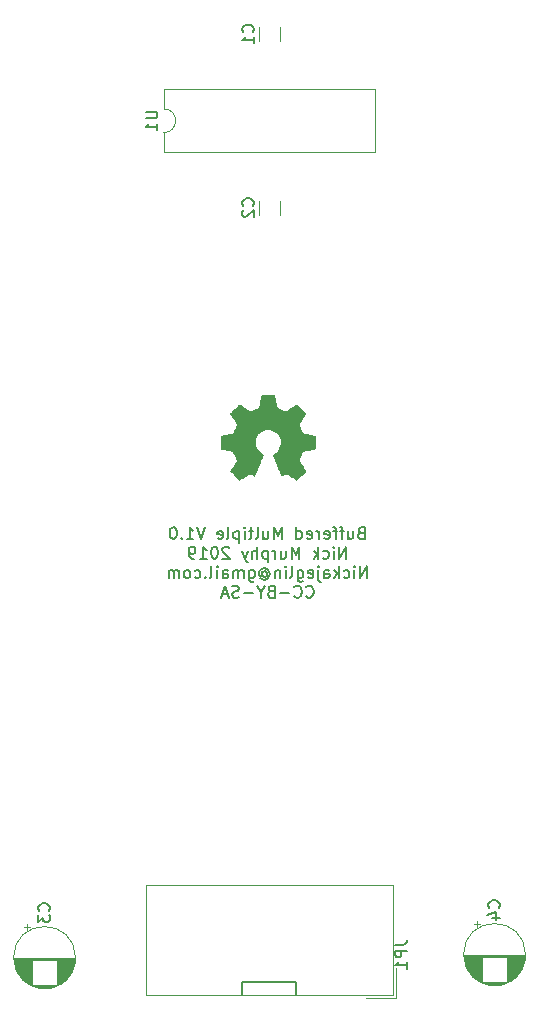
<source format=gbr>
G04 #@! TF.GenerationSoftware,KiCad,Pcbnew,(5.0.1)-4*
G04 #@! TF.CreationDate,2019-03-05T01:40:26-06:00*
G04 #@! TF.ProjectId,mult,6D756C742E6B696361645F7063620000,rev?*
G04 #@! TF.SameCoordinates,Original*
G04 #@! TF.FileFunction,Legend,Bot*
G04 #@! TF.FilePolarity,Positive*
%FSLAX46Y46*%
G04 Gerber Fmt 4.6, Leading zero omitted, Abs format (unit mm)*
G04 Created by KiCad (PCBNEW (5.0.1)-4) date 3/5/2019 1:40:26*
%MOMM*%
%LPD*%
G01*
G04 APERTURE LIST*
%ADD10C,0.150000*%
%ADD11C,0.120000*%
%ADD12C,0.010000*%
G04 APERTURE END LIST*
D10*
X-145111638Y82477828D02*
X-145254495Y82430209D01*
X-145302114Y82382590D01*
X-145349733Y82287352D01*
X-145349733Y82144495D01*
X-145302114Y82049257D01*
X-145254495Y82001638D01*
X-145159257Y81954019D01*
X-144778304Y81954019D01*
X-144778304Y82954019D01*
X-145111638Y82954019D01*
X-145206876Y82906400D01*
X-145254495Y82858780D01*
X-145302114Y82763542D01*
X-145302114Y82668304D01*
X-145254495Y82573066D01*
X-145206876Y82525447D01*
X-145111638Y82477828D01*
X-144778304Y82477828D01*
X-146206876Y82620685D02*
X-146206876Y81954019D01*
X-145778304Y82620685D02*
X-145778304Y82096876D01*
X-145825923Y82001638D01*
X-145921161Y81954019D01*
X-146064019Y81954019D01*
X-146159257Y82001638D01*
X-146206876Y82049257D01*
X-146540209Y82620685D02*
X-146921161Y82620685D01*
X-146683066Y81954019D02*
X-146683066Y82811161D01*
X-146730685Y82906400D01*
X-146825923Y82954019D01*
X-146921161Y82954019D01*
X-147111638Y82620685D02*
X-147492590Y82620685D01*
X-147254495Y81954019D02*
X-147254495Y82811161D01*
X-147302114Y82906400D01*
X-147397352Y82954019D01*
X-147492590Y82954019D01*
X-148206876Y82001638D02*
X-148111638Y81954019D01*
X-147921161Y81954019D01*
X-147825923Y82001638D01*
X-147778304Y82096876D01*
X-147778304Y82477828D01*
X-147825923Y82573066D01*
X-147921161Y82620685D01*
X-148111638Y82620685D01*
X-148206876Y82573066D01*
X-148254495Y82477828D01*
X-148254495Y82382590D01*
X-147778304Y82287352D01*
X-148683066Y81954019D02*
X-148683066Y82620685D01*
X-148683066Y82430209D02*
X-148730685Y82525447D01*
X-148778304Y82573066D01*
X-148873542Y82620685D01*
X-148968780Y82620685D01*
X-149683066Y82001638D02*
X-149587828Y81954019D01*
X-149397352Y81954019D01*
X-149302114Y82001638D01*
X-149254495Y82096876D01*
X-149254495Y82477828D01*
X-149302114Y82573066D01*
X-149397352Y82620685D01*
X-149587828Y82620685D01*
X-149683066Y82573066D01*
X-149730685Y82477828D01*
X-149730685Y82382590D01*
X-149254495Y82287352D01*
X-150587828Y81954019D02*
X-150587828Y82954019D01*
X-150587828Y82001638D02*
X-150492590Y81954019D01*
X-150302114Y81954019D01*
X-150206876Y82001638D01*
X-150159257Y82049257D01*
X-150111638Y82144495D01*
X-150111638Y82430209D01*
X-150159257Y82525447D01*
X-150206876Y82573066D01*
X-150302114Y82620685D01*
X-150492590Y82620685D01*
X-150587828Y82573066D01*
X-151825923Y81954019D02*
X-151825923Y82954019D01*
X-152159257Y82239733D01*
X-152492590Y82954019D01*
X-152492590Y81954019D01*
X-153397352Y82620685D02*
X-153397352Y81954019D01*
X-152968780Y82620685D02*
X-152968780Y82096876D01*
X-153016400Y82001638D01*
X-153111638Y81954019D01*
X-153254495Y81954019D01*
X-153349733Y82001638D01*
X-153397352Y82049257D01*
X-154016400Y81954019D02*
X-153921161Y82001638D01*
X-153873542Y82096876D01*
X-153873542Y82954019D01*
X-154254495Y82620685D02*
X-154635447Y82620685D01*
X-154397352Y82954019D02*
X-154397352Y82096876D01*
X-154444971Y82001638D01*
X-154540209Y81954019D01*
X-154635447Y81954019D01*
X-154968780Y81954019D02*
X-154968780Y82620685D01*
X-154968780Y82954019D02*
X-154921161Y82906400D01*
X-154968780Y82858780D01*
X-155016400Y82906400D01*
X-154968780Y82954019D01*
X-154968780Y82858780D01*
X-155444971Y82620685D02*
X-155444971Y81620685D01*
X-155444971Y82573066D02*
X-155540209Y82620685D01*
X-155730685Y82620685D01*
X-155825923Y82573066D01*
X-155873542Y82525447D01*
X-155921161Y82430209D01*
X-155921161Y82144495D01*
X-155873542Y82049257D01*
X-155825923Y82001638D01*
X-155730685Y81954019D01*
X-155540209Y81954019D01*
X-155444971Y82001638D01*
X-156492590Y81954019D02*
X-156397352Y82001638D01*
X-156349733Y82096876D01*
X-156349733Y82954019D01*
X-157254495Y82001638D02*
X-157159257Y81954019D01*
X-156968780Y81954019D01*
X-156873542Y82001638D01*
X-156825923Y82096876D01*
X-156825923Y82477828D01*
X-156873542Y82573066D01*
X-156968780Y82620685D01*
X-157159257Y82620685D01*
X-157254495Y82573066D01*
X-157302114Y82477828D01*
X-157302114Y82382590D01*
X-156825923Y82287352D01*
X-158349733Y82954019D02*
X-158683066Y81954019D01*
X-159016400Y82954019D01*
X-159873542Y81954019D02*
X-159302114Y81954019D01*
X-159587828Y81954019D02*
X-159587828Y82954019D01*
X-159492590Y82811161D01*
X-159397352Y82715923D01*
X-159302114Y82668304D01*
X-160302114Y82049257D02*
X-160349733Y82001638D01*
X-160302114Y81954019D01*
X-160254495Y82001638D01*
X-160302114Y82049257D01*
X-160302114Y81954019D01*
X-160968780Y82954019D02*
X-161064019Y82954019D01*
X-161159257Y82906400D01*
X-161206876Y82858780D01*
X-161254495Y82763542D01*
X-161302114Y82573066D01*
X-161302114Y82334971D01*
X-161254495Y82144495D01*
X-161206876Y82049257D01*
X-161159257Y82001638D01*
X-161064019Y81954019D01*
X-160968780Y81954019D01*
X-160873542Y82001638D01*
X-160825923Y82049257D01*
X-160778304Y82144495D01*
X-160730685Y82334971D01*
X-160730685Y82573066D01*
X-160778304Y82763542D01*
X-160825923Y82858780D01*
X-160873542Y82906400D01*
X-160968780Y82954019D01*
X-146373542Y80304019D02*
X-146373542Y81304019D01*
X-146944971Y80304019D01*
X-146944971Y81304019D01*
X-147421161Y80304019D02*
X-147421161Y80970685D01*
X-147421161Y81304019D02*
X-147373542Y81256400D01*
X-147421161Y81208780D01*
X-147468780Y81256400D01*
X-147421161Y81304019D01*
X-147421161Y81208780D01*
X-148325923Y80351638D02*
X-148230685Y80304019D01*
X-148040209Y80304019D01*
X-147944971Y80351638D01*
X-147897352Y80399257D01*
X-147849733Y80494495D01*
X-147849733Y80780209D01*
X-147897352Y80875447D01*
X-147944971Y80923066D01*
X-148040209Y80970685D01*
X-148230685Y80970685D01*
X-148325923Y80923066D01*
X-148754495Y80304019D02*
X-148754495Y81304019D01*
X-148849733Y80684971D02*
X-149135447Y80304019D01*
X-149135447Y80970685D02*
X-148754495Y80589733D01*
X-150325923Y80304019D02*
X-150325923Y81304019D01*
X-150659257Y80589733D01*
X-150992590Y81304019D01*
X-150992590Y80304019D01*
X-151897352Y80970685D02*
X-151897352Y80304019D01*
X-151468780Y80970685D02*
X-151468780Y80446876D01*
X-151516400Y80351638D01*
X-151611638Y80304019D01*
X-151754495Y80304019D01*
X-151849733Y80351638D01*
X-151897352Y80399257D01*
X-152373542Y80304019D02*
X-152373542Y80970685D01*
X-152373542Y80780209D02*
X-152421161Y80875447D01*
X-152468780Y80923066D01*
X-152564019Y80970685D01*
X-152659257Y80970685D01*
X-152992590Y80970685D02*
X-152992590Y79970685D01*
X-152992590Y80923066D02*
X-153087828Y80970685D01*
X-153278304Y80970685D01*
X-153373542Y80923066D01*
X-153421161Y80875447D01*
X-153468780Y80780209D01*
X-153468780Y80494495D01*
X-153421161Y80399257D01*
X-153373542Y80351638D01*
X-153278304Y80304019D01*
X-153087828Y80304019D01*
X-152992590Y80351638D01*
X-153897352Y80304019D02*
X-153897352Y81304019D01*
X-154325923Y80304019D02*
X-154325923Y80827828D01*
X-154278304Y80923066D01*
X-154183066Y80970685D01*
X-154040209Y80970685D01*
X-153944971Y80923066D01*
X-153897352Y80875447D01*
X-154706876Y80970685D02*
X-154944971Y80304019D01*
X-155183066Y80970685D02*
X-154944971Y80304019D01*
X-154849733Y80065923D01*
X-154802114Y80018304D01*
X-154706876Y79970685D01*
X-156278304Y81208780D02*
X-156325923Y81256400D01*
X-156421161Y81304019D01*
X-156659257Y81304019D01*
X-156754495Y81256400D01*
X-156802114Y81208780D01*
X-156849733Y81113542D01*
X-156849733Y81018304D01*
X-156802114Y80875447D01*
X-156230685Y80304019D01*
X-156849733Y80304019D01*
X-157468780Y81304019D02*
X-157564019Y81304019D01*
X-157659257Y81256400D01*
X-157706876Y81208780D01*
X-157754495Y81113542D01*
X-157802114Y80923066D01*
X-157802114Y80684971D01*
X-157754495Y80494495D01*
X-157706876Y80399257D01*
X-157659257Y80351638D01*
X-157564019Y80304019D01*
X-157468780Y80304019D01*
X-157373542Y80351638D01*
X-157325923Y80399257D01*
X-157278304Y80494495D01*
X-157230685Y80684971D01*
X-157230685Y80923066D01*
X-157278304Y81113542D01*
X-157325923Y81208780D01*
X-157373542Y81256400D01*
X-157468780Y81304019D01*
X-158754495Y80304019D02*
X-158183066Y80304019D01*
X-158468780Y80304019D02*
X-158468780Y81304019D01*
X-158373542Y81161161D01*
X-158278304Y81065923D01*
X-158183066Y81018304D01*
X-159230685Y80304019D02*
X-159421161Y80304019D01*
X-159516400Y80351638D01*
X-159564019Y80399257D01*
X-159659257Y80542114D01*
X-159706876Y80732590D01*
X-159706876Y81113542D01*
X-159659257Y81208780D01*
X-159611638Y81256400D01*
X-159516400Y81304019D01*
X-159325923Y81304019D01*
X-159230685Y81256400D01*
X-159183066Y81208780D01*
X-159135447Y81113542D01*
X-159135447Y80875447D01*
X-159183066Y80780209D01*
X-159230685Y80732590D01*
X-159325923Y80684971D01*
X-159516400Y80684971D01*
X-159611638Y80732590D01*
X-159659257Y80780209D01*
X-159706876Y80875447D01*
X-144635447Y78654019D02*
X-144635447Y79654019D01*
X-145206876Y78654019D01*
X-145206876Y79654019D01*
X-145683066Y78654019D02*
X-145683066Y79320685D01*
X-145683066Y79654019D02*
X-145635447Y79606400D01*
X-145683066Y79558780D01*
X-145730685Y79606400D01*
X-145683066Y79654019D01*
X-145683066Y79558780D01*
X-146587828Y78701638D02*
X-146492590Y78654019D01*
X-146302114Y78654019D01*
X-146206876Y78701638D01*
X-146159257Y78749257D01*
X-146111638Y78844495D01*
X-146111638Y79130209D01*
X-146159257Y79225447D01*
X-146206876Y79273066D01*
X-146302114Y79320685D01*
X-146492590Y79320685D01*
X-146587828Y79273066D01*
X-147016400Y78654019D02*
X-147016400Y79654019D01*
X-147111638Y79034971D02*
X-147397352Y78654019D01*
X-147397352Y79320685D02*
X-147016400Y78939733D01*
X-148254495Y78654019D02*
X-148254495Y79177828D01*
X-148206876Y79273066D01*
X-148111638Y79320685D01*
X-147921161Y79320685D01*
X-147825923Y79273066D01*
X-148254495Y78701638D02*
X-148159257Y78654019D01*
X-147921161Y78654019D01*
X-147825923Y78701638D01*
X-147778304Y78796876D01*
X-147778304Y78892114D01*
X-147825923Y78987352D01*
X-147921161Y79034971D01*
X-148159257Y79034971D01*
X-148254495Y79082590D01*
X-148730685Y79320685D02*
X-148730685Y78463542D01*
X-148683066Y78368304D01*
X-148587828Y78320685D01*
X-148540209Y78320685D01*
X-148730685Y79654019D02*
X-148683066Y79606400D01*
X-148730685Y79558780D01*
X-148778304Y79606400D01*
X-148730685Y79654019D01*
X-148730685Y79558780D01*
X-149587828Y78701638D02*
X-149492590Y78654019D01*
X-149302114Y78654019D01*
X-149206876Y78701638D01*
X-149159257Y78796876D01*
X-149159257Y79177828D01*
X-149206876Y79273066D01*
X-149302114Y79320685D01*
X-149492590Y79320685D01*
X-149587828Y79273066D01*
X-149635447Y79177828D01*
X-149635447Y79082590D01*
X-149159257Y78987352D01*
X-150492590Y79320685D02*
X-150492590Y78511161D01*
X-150444971Y78415923D01*
X-150397352Y78368304D01*
X-150302114Y78320685D01*
X-150159257Y78320685D01*
X-150064019Y78368304D01*
X-150492590Y78701638D02*
X-150397352Y78654019D01*
X-150206876Y78654019D01*
X-150111638Y78701638D01*
X-150064019Y78749257D01*
X-150016400Y78844495D01*
X-150016400Y79130209D01*
X-150064019Y79225447D01*
X-150111638Y79273066D01*
X-150206876Y79320685D01*
X-150397352Y79320685D01*
X-150492590Y79273066D01*
X-151111638Y78654019D02*
X-151016400Y78701638D01*
X-150968780Y78796876D01*
X-150968780Y79654019D01*
X-151492590Y78654019D02*
X-151492590Y79320685D01*
X-151492590Y79654019D02*
X-151444971Y79606400D01*
X-151492590Y79558780D01*
X-151540209Y79606400D01*
X-151492590Y79654019D01*
X-151492590Y79558780D01*
X-151968780Y79320685D02*
X-151968780Y78654019D01*
X-151968780Y79225447D02*
X-152016400Y79273066D01*
X-152111638Y79320685D01*
X-152254495Y79320685D01*
X-152349733Y79273066D01*
X-152397352Y79177828D01*
X-152397352Y78654019D01*
X-153492590Y79130209D02*
X-153444971Y79177828D01*
X-153349733Y79225447D01*
X-153254495Y79225447D01*
X-153159257Y79177828D01*
X-153111638Y79130209D01*
X-153064019Y79034971D01*
X-153064019Y78939733D01*
X-153111638Y78844495D01*
X-153159257Y78796876D01*
X-153254495Y78749257D01*
X-153349733Y78749257D01*
X-153444971Y78796876D01*
X-153492590Y78844495D01*
X-153492590Y79225447D02*
X-153492590Y78844495D01*
X-153540209Y78796876D01*
X-153587828Y78796876D01*
X-153683066Y78844495D01*
X-153730685Y78939733D01*
X-153730685Y79177828D01*
X-153635447Y79320685D01*
X-153492590Y79415923D01*
X-153302114Y79463542D01*
X-153111638Y79415923D01*
X-152968780Y79320685D01*
X-152873542Y79177828D01*
X-152825923Y78987352D01*
X-152873542Y78796876D01*
X-152968780Y78654019D01*
X-153111638Y78558780D01*
X-153302114Y78511161D01*
X-153492590Y78558780D01*
X-153635447Y78654019D01*
X-154587828Y79320685D02*
X-154587828Y78511161D01*
X-154540209Y78415923D01*
X-154492590Y78368304D01*
X-154397352Y78320685D01*
X-154254495Y78320685D01*
X-154159257Y78368304D01*
X-154587828Y78701638D02*
X-154492590Y78654019D01*
X-154302114Y78654019D01*
X-154206876Y78701638D01*
X-154159257Y78749257D01*
X-154111638Y78844495D01*
X-154111638Y79130209D01*
X-154159257Y79225447D01*
X-154206876Y79273066D01*
X-154302114Y79320685D01*
X-154492590Y79320685D01*
X-154587828Y79273066D01*
X-155064019Y78654019D02*
X-155064019Y79320685D01*
X-155064019Y79225447D02*
X-155111638Y79273066D01*
X-155206876Y79320685D01*
X-155349733Y79320685D01*
X-155444971Y79273066D01*
X-155492590Y79177828D01*
X-155492590Y78654019D01*
X-155492590Y79177828D02*
X-155540209Y79273066D01*
X-155635447Y79320685D01*
X-155778304Y79320685D01*
X-155873542Y79273066D01*
X-155921161Y79177828D01*
X-155921161Y78654019D01*
X-156825923Y78654019D02*
X-156825923Y79177828D01*
X-156778304Y79273066D01*
X-156683066Y79320685D01*
X-156492590Y79320685D01*
X-156397352Y79273066D01*
X-156825923Y78701638D02*
X-156730685Y78654019D01*
X-156492590Y78654019D01*
X-156397352Y78701638D01*
X-156349733Y78796876D01*
X-156349733Y78892114D01*
X-156397352Y78987352D01*
X-156492590Y79034971D01*
X-156730685Y79034971D01*
X-156825923Y79082590D01*
X-157302114Y78654019D02*
X-157302114Y79320685D01*
X-157302114Y79654019D02*
X-157254495Y79606400D01*
X-157302114Y79558780D01*
X-157349733Y79606400D01*
X-157302114Y79654019D01*
X-157302114Y79558780D01*
X-157921161Y78654019D02*
X-157825923Y78701638D01*
X-157778304Y78796876D01*
X-157778304Y79654019D01*
X-158302114Y78749257D02*
X-158349733Y78701638D01*
X-158302114Y78654019D01*
X-158254495Y78701638D01*
X-158302114Y78749257D01*
X-158302114Y78654019D01*
X-159206876Y78701638D02*
X-159111638Y78654019D01*
X-158921161Y78654019D01*
X-158825923Y78701638D01*
X-158778304Y78749257D01*
X-158730685Y78844495D01*
X-158730685Y79130209D01*
X-158778304Y79225447D01*
X-158825923Y79273066D01*
X-158921161Y79320685D01*
X-159111638Y79320685D01*
X-159206876Y79273066D01*
X-159778304Y78654019D02*
X-159683066Y78701638D01*
X-159635447Y78749257D01*
X-159587828Y78844495D01*
X-159587828Y79130209D01*
X-159635447Y79225447D01*
X-159683066Y79273066D01*
X-159778304Y79320685D01*
X-159921161Y79320685D01*
X-160016400Y79273066D01*
X-160064019Y79225447D01*
X-160111638Y79130209D01*
X-160111638Y78844495D01*
X-160064019Y78749257D01*
X-160016400Y78701638D01*
X-159921161Y78654019D01*
X-159778304Y78654019D01*
X-160540209Y78654019D02*
X-160540209Y79320685D01*
X-160540209Y79225447D02*
X-160587828Y79273066D01*
X-160683066Y79320685D01*
X-160825923Y79320685D01*
X-160921161Y79273066D01*
X-160968780Y79177828D01*
X-160968780Y78654019D01*
X-160968780Y79177828D02*
X-161016400Y79273066D01*
X-161111638Y79320685D01*
X-161254495Y79320685D01*
X-161349733Y79273066D01*
X-161397352Y79177828D01*
X-161397352Y78654019D01*
X-149754495Y77099257D02*
X-149706876Y77051638D01*
X-149564019Y77004019D01*
X-149468780Y77004019D01*
X-149325923Y77051638D01*
X-149230685Y77146876D01*
X-149183066Y77242114D01*
X-149135447Y77432590D01*
X-149135447Y77575447D01*
X-149183066Y77765923D01*
X-149230685Y77861161D01*
X-149325923Y77956400D01*
X-149468780Y78004019D01*
X-149564019Y78004019D01*
X-149706876Y77956400D01*
X-149754495Y77908780D01*
X-150754495Y77099257D02*
X-150706876Y77051638D01*
X-150564019Y77004019D01*
X-150468780Y77004019D01*
X-150325923Y77051638D01*
X-150230685Y77146876D01*
X-150183066Y77242114D01*
X-150135447Y77432590D01*
X-150135447Y77575447D01*
X-150183066Y77765923D01*
X-150230685Y77861161D01*
X-150325923Y77956400D01*
X-150468780Y78004019D01*
X-150564019Y78004019D01*
X-150706876Y77956400D01*
X-150754495Y77908780D01*
X-151183066Y77384971D02*
X-151944971Y77384971D01*
X-152754495Y77527828D02*
X-152897352Y77480209D01*
X-152944971Y77432590D01*
X-152992590Y77337352D01*
X-152992590Y77194495D01*
X-152944971Y77099257D01*
X-152897352Y77051638D01*
X-152802114Y77004019D01*
X-152421161Y77004019D01*
X-152421161Y78004019D01*
X-152754495Y78004019D01*
X-152849733Y77956400D01*
X-152897352Y77908780D01*
X-152944971Y77813542D01*
X-152944971Y77718304D01*
X-152897352Y77623066D01*
X-152849733Y77575447D01*
X-152754495Y77527828D01*
X-152421161Y77527828D01*
X-153611638Y77480209D02*
X-153611638Y77004019D01*
X-153278304Y78004019D02*
X-153611638Y77480209D01*
X-153944971Y78004019D01*
X-154278304Y77384971D02*
X-155040209Y77384971D01*
X-155468780Y77051638D02*
X-155611638Y77004019D01*
X-155849733Y77004019D01*
X-155944971Y77051638D01*
X-155992590Y77099257D01*
X-156040209Y77194495D01*
X-156040209Y77289733D01*
X-155992590Y77384971D01*
X-155944971Y77432590D01*
X-155849733Y77480209D01*
X-155659257Y77527828D01*
X-155564019Y77575447D01*
X-155516400Y77623066D01*
X-155468780Y77718304D01*
X-155468780Y77813542D01*
X-155516400Y77908780D01*
X-155564019Y77956400D01*
X-155659257Y78004019D01*
X-155897352Y78004019D01*
X-156040209Y77956400D01*
X-156421161Y77289733D02*
X-156897352Y77289733D01*
X-156325923Y77004019D02*
X-156659257Y78004019D01*
X-156992590Y77004019D01*
X-155150000Y44473000D02*
X-155150000Y43457000D01*
X-150578000Y44473000D02*
X-155150000Y44473000D01*
X-150578000Y43457000D02*
X-150578000Y44473000D01*
D11*
G04 #@! TO.C,C1*
X-151944000Y124088000D02*
X-151944000Y125346000D01*
X-153784000Y124088000D02*
X-153784000Y125346000D01*
G04 #@! TO.C,C2*
X-153784000Y109356000D02*
X-153784000Y110614000D01*
X-151944000Y109356000D02*
X-151944000Y110614000D01*
G04 #@! TO.C,C3*
X-169294000Y46525000D02*
G75*
G03X-169294000Y46525000I-2620000J0D01*
G01*
X-174494000Y46525000D02*
X-169334000Y46525000D01*
X-174494000Y46485000D02*
X-169334000Y46485000D01*
X-174493000Y46445000D02*
X-169335000Y46445000D01*
X-174492000Y46405000D02*
X-169336000Y46405000D01*
X-174490000Y46365000D02*
X-169338000Y46365000D01*
X-174487000Y46325000D02*
X-169341000Y46325000D01*
X-174483000Y46285000D02*
X-172954000Y46285000D01*
X-170874000Y46285000D02*
X-169345000Y46285000D01*
X-174479000Y46245000D02*
X-172954000Y46245000D01*
X-170874000Y46245000D02*
X-169349000Y46245000D01*
X-174475000Y46205000D02*
X-172954000Y46205000D01*
X-170874000Y46205000D02*
X-169353000Y46205000D01*
X-174470000Y46165000D02*
X-172954000Y46165000D01*
X-170874000Y46165000D02*
X-169358000Y46165000D01*
X-174464000Y46125000D02*
X-172954000Y46125000D01*
X-170874000Y46125000D02*
X-169364000Y46125000D01*
X-174457000Y46085000D02*
X-172954000Y46085000D01*
X-170874000Y46085000D02*
X-169371000Y46085000D01*
X-174450000Y46045000D02*
X-172954000Y46045000D01*
X-170874000Y46045000D02*
X-169378000Y46045000D01*
X-174442000Y46005000D02*
X-172954000Y46005000D01*
X-170874000Y46005000D02*
X-169386000Y46005000D01*
X-174434000Y45965000D02*
X-172954000Y45965000D01*
X-170874000Y45965000D02*
X-169394000Y45965000D01*
X-174425000Y45925000D02*
X-172954000Y45925000D01*
X-170874000Y45925000D02*
X-169403000Y45925000D01*
X-174415000Y45885000D02*
X-172954000Y45885000D01*
X-170874000Y45885000D02*
X-169413000Y45885000D01*
X-174405000Y45845000D02*
X-172954000Y45845000D01*
X-170874000Y45845000D02*
X-169423000Y45845000D01*
X-174394000Y45804000D02*
X-172954000Y45804000D01*
X-170874000Y45804000D02*
X-169434000Y45804000D01*
X-174382000Y45764000D02*
X-172954000Y45764000D01*
X-170874000Y45764000D02*
X-169446000Y45764000D01*
X-174369000Y45724000D02*
X-172954000Y45724000D01*
X-170874000Y45724000D02*
X-169459000Y45724000D01*
X-174356000Y45684000D02*
X-172954000Y45684000D01*
X-170874000Y45684000D02*
X-169472000Y45684000D01*
X-174342000Y45644000D02*
X-172954000Y45644000D01*
X-170874000Y45644000D02*
X-169486000Y45644000D01*
X-174328000Y45604000D02*
X-172954000Y45604000D01*
X-170874000Y45604000D02*
X-169500000Y45604000D01*
X-174312000Y45564000D02*
X-172954000Y45564000D01*
X-170874000Y45564000D02*
X-169516000Y45564000D01*
X-174296000Y45524000D02*
X-172954000Y45524000D01*
X-170874000Y45524000D02*
X-169532000Y45524000D01*
X-174279000Y45484000D02*
X-172954000Y45484000D01*
X-170874000Y45484000D02*
X-169549000Y45484000D01*
X-174262000Y45444000D02*
X-172954000Y45444000D01*
X-170874000Y45444000D02*
X-169566000Y45444000D01*
X-174243000Y45404000D02*
X-172954000Y45404000D01*
X-170874000Y45404000D02*
X-169585000Y45404000D01*
X-174224000Y45364000D02*
X-172954000Y45364000D01*
X-170874000Y45364000D02*
X-169604000Y45364000D01*
X-174204000Y45324000D02*
X-172954000Y45324000D01*
X-170874000Y45324000D02*
X-169624000Y45324000D01*
X-174182000Y45284000D02*
X-172954000Y45284000D01*
X-170874000Y45284000D02*
X-169646000Y45284000D01*
X-174161000Y45244000D02*
X-172954000Y45244000D01*
X-170874000Y45244000D02*
X-169667000Y45244000D01*
X-174138000Y45204000D02*
X-172954000Y45204000D01*
X-170874000Y45204000D02*
X-169690000Y45204000D01*
X-174114000Y45164000D02*
X-172954000Y45164000D01*
X-170874000Y45164000D02*
X-169714000Y45164000D01*
X-174089000Y45124000D02*
X-172954000Y45124000D01*
X-170874000Y45124000D02*
X-169739000Y45124000D01*
X-174063000Y45084000D02*
X-172954000Y45084000D01*
X-170874000Y45084000D02*
X-169765000Y45084000D01*
X-174036000Y45044000D02*
X-172954000Y45044000D01*
X-170874000Y45044000D02*
X-169792000Y45044000D01*
X-174009000Y45004000D02*
X-172954000Y45004000D01*
X-170874000Y45004000D02*
X-169819000Y45004000D01*
X-173979000Y44964000D02*
X-172954000Y44964000D01*
X-170874000Y44964000D02*
X-169849000Y44964000D01*
X-173949000Y44924000D02*
X-172954000Y44924000D01*
X-170874000Y44924000D02*
X-169879000Y44924000D01*
X-173918000Y44884000D02*
X-172954000Y44884000D01*
X-170874000Y44884000D02*
X-169910000Y44884000D01*
X-173885000Y44844000D02*
X-172954000Y44844000D01*
X-170874000Y44844000D02*
X-169943000Y44844000D01*
X-173851000Y44804000D02*
X-172954000Y44804000D01*
X-170874000Y44804000D02*
X-169977000Y44804000D01*
X-173815000Y44764000D02*
X-172954000Y44764000D01*
X-170874000Y44764000D02*
X-170013000Y44764000D01*
X-173778000Y44724000D02*
X-172954000Y44724000D01*
X-170874000Y44724000D02*
X-170050000Y44724000D01*
X-173740000Y44684000D02*
X-172954000Y44684000D01*
X-170874000Y44684000D02*
X-170088000Y44684000D01*
X-173699000Y44644000D02*
X-172954000Y44644000D01*
X-170874000Y44644000D02*
X-170129000Y44644000D01*
X-173657000Y44604000D02*
X-172954000Y44604000D01*
X-170874000Y44604000D02*
X-170171000Y44604000D01*
X-173613000Y44564000D02*
X-172954000Y44564000D01*
X-170874000Y44564000D02*
X-170215000Y44564000D01*
X-173567000Y44524000D02*
X-172954000Y44524000D01*
X-170874000Y44524000D02*
X-170261000Y44524000D01*
X-173519000Y44484000D02*
X-172954000Y44484000D01*
X-170874000Y44484000D02*
X-170309000Y44484000D01*
X-173468000Y44444000D02*
X-172954000Y44444000D01*
X-170874000Y44444000D02*
X-170360000Y44444000D01*
X-173414000Y44404000D02*
X-172954000Y44404000D01*
X-170874000Y44404000D02*
X-170414000Y44404000D01*
X-173357000Y44364000D02*
X-172954000Y44364000D01*
X-170874000Y44364000D02*
X-170471000Y44364000D01*
X-173297000Y44324000D02*
X-172954000Y44324000D01*
X-170874000Y44324000D02*
X-170531000Y44324000D01*
X-173233000Y44284000D02*
X-172954000Y44284000D01*
X-170874000Y44284000D02*
X-170595000Y44284000D01*
X-173165000Y44244000D02*
X-172954000Y44244000D01*
X-170874000Y44244000D02*
X-170663000Y44244000D01*
X-173092000Y44204000D02*
X-170736000Y44204000D01*
X-173012000Y44164000D02*
X-170816000Y44164000D01*
X-172925000Y44124000D02*
X-170903000Y44124000D01*
X-172829000Y44084000D02*
X-170999000Y44084000D01*
X-172719000Y44044000D02*
X-171109000Y44044000D01*
X-172591000Y44004000D02*
X-171237000Y44004000D01*
X-172432000Y43964000D02*
X-171396000Y43964000D01*
X-172198000Y43924000D02*
X-171630000Y43924000D01*
X-173389000Y49329775D02*
X-173389000Y48829775D01*
X-173639000Y49079775D02*
X-173139000Y49079775D01*
G04 #@! TO.C,C4*
X-135539000Y49333775D02*
X-135039000Y49333775D01*
X-135289000Y49583775D02*
X-135289000Y49083775D01*
X-134098000Y44178000D02*
X-133530000Y44178000D01*
X-134332000Y44218000D02*
X-133296000Y44218000D01*
X-134491000Y44258000D02*
X-133137000Y44258000D01*
X-134619000Y44298000D02*
X-133009000Y44298000D01*
X-134729000Y44338000D02*
X-132899000Y44338000D01*
X-134825000Y44378000D02*
X-132803000Y44378000D01*
X-134912000Y44418000D02*
X-132716000Y44418000D01*
X-134992000Y44458000D02*
X-132636000Y44458000D01*
X-132774000Y44498000D02*
X-132563000Y44498000D01*
X-135065000Y44498000D02*
X-134854000Y44498000D01*
X-132774000Y44538000D02*
X-132495000Y44538000D01*
X-135133000Y44538000D02*
X-134854000Y44538000D01*
X-132774000Y44578000D02*
X-132431000Y44578000D01*
X-135197000Y44578000D02*
X-134854000Y44578000D01*
X-132774000Y44618000D02*
X-132371000Y44618000D01*
X-135257000Y44618000D02*
X-134854000Y44618000D01*
X-132774000Y44658000D02*
X-132314000Y44658000D01*
X-135314000Y44658000D02*
X-134854000Y44658000D01*
X-132774000Y44698000D02*
X-132260000Y44698000D01*
X-135368000Y44698000D02*
X-134854000Y44698000D01*
X-132774000Y44738000D02*
X-132209000Y44738000D01*
X-135419000Y44738000D02*
X-134854000Y44738000D01*
X-132774000Y44778000D02*
X-132161000Y44778000D01*
X-135467000Y44778000D02*
X-134854000Y44778000D01*
X-132774000Y44818000D02*
X-132115000Y44818000D01*
X-135513000Y44818000D02*
X-134854000Y44818000D01*
X-132774000Y44858000D02*
X-132071000Y44858000D01*
X-135557000Y44858000D02*
X-134854000Y44858000D01*
X-132774000Y44898000D02*
X-132029000Y44898000D01*
X-135599000Y44898000D02*
X-134854000Y44898000D01*
X-132774000Y44938000D02*
X-131988000Y44938000D01*
X-135640000Y44938000D02*
X-134854000Y44938000D01*
X-132774000Y44978000D02*
X-131950000Y44978000D01*
X-135678000Y44978000D02*
X-134854000Y44978000D01*
X-132774000Y45018000D02*
X-131913000Y45018000D01*
X-135715000Y45018000D02*
X-134854000Y45018000D01*
X-132774000Y45058000D02*
X-131877000Y45058000D01*
X-135751000Y45058000D02*
X-134854000Y45058000D01*
X-132774000Y45098000D02*
X-131843000Y45098000D01*
X-135785000Y45098000D02*
X-134854000Y45098000D01*
X-132774000Y45138000D02*
X-131810000Y45138000D01*
X-135818000Y45138000D02*
X-134854000Y45138000D01*
X-132774000Y45178000D02*
X-131779000Y45178000D01*
X-135849000Y45178000D02*
X-134854000Y45178000D01*
X-132774000Y45218000D02*
X-131749000Y45218000D01*
X-135879000Y45218000D02*
X-134854000Y45218000D01*
X-132774000Y45258000D02*
X-131719000Y45258000D01*
X-135909000Y45258000D02*
X-134854000Y45258000D01*
X-132774000Y45298000D02*
X-131692000Y45298000D01*
X-135936000Y45298000D02*
X-134854000Y45298000D01*
X-132774000Y45338000D02*
X-131665000Y45338000D01*
X-135963000Y45338000D02*
X-134854000Y45338000D01*
X-132774000Y45378000D02*
X-131639000Y45378000D01*
X-135989000Y45378000D02*
X-134854000Y45378000D01*
X-132774000Y45418000D02*
X-131614000Y45418000D01*
X-136014000Y45418000D02*
X-134854000Y45418000D01*
X-132774000Y45458000D02*
X-131590000Y45458000D01*
X-136038000Y45458000D02*
X-134854000Y45458000D01*
X-132774000Y45498000D02*
X-131567000Y45498000D01*
X-136061000Y45498000D02*
X-134854000Y45498000D01*
X-132774000Y45538000D02*
X-131546000Y45538000D01*
X-136082000Y45538000D02*
X-134854000Y45538000D01*
X-132774000Y45578000D02*
X-131524000Y45578000D01*
X-136104000Y45578000D02*
X-134854000Y45578000D01*
X-132774000Y45618000D02*
X-131504000Y45618000D01*
X-136124000Y45618000D02*
X-134854000Y45618000D01*
X-132774000Y45658000D02*
X-131485000Y45658000D01*
X-136143000Y45658000D02*
X-134854000Y45658000D01*
X-132774000Y45698000D02*
X-131466000Y45698000D01*
X-136162000Y45698000D02*
X-134854000Y45698000D01*
X-132774000Y45738000D02*
X-131449000Y45738000D01*
X-136179000Y45738000D02*
X-134854000Y45738000D01*
X-132774000Y45778000D02*
X-131432000Y45778000D01*
X-136196000Y45778000D02*
X-134854000Y45778000D01*
X-132774000Y45818000D02*
X-131416000Y45818000D01*
X-136212000Y45818000D02*
X-134854000Y45818000D01*
X-132774000Y45858000D02*
X-131400000Y45858000D01*
X-136228000Y45858000D02*
X-134854000Y45858000D01*
X-132774000Y45898000D02*
X-131386000Y45898000D01*
X-136242000Y45898000D02*
X-134854000Y45898000D01*
X-132774000Y45938000D02*
X-131372000Y45938000D01*
X-136256000Y45938000D02*
X-134854000Y45938000D01*
X-132774000Y45978000D02*
X-131359000Y45978000D01*
X-136269000Y45978000D02*
X-134854000Y45978000D01*
X-132774000Y46018000D02*
X-131346000Y46018000D01*
X-136282000Y46018000D02*
X-134854000Y46018000D01*
X-132774000Y46058000D02*
X-131334000Y46058000D01*
X-136294000Y46058000D02*
X-134854000Y46058000D01*
X-132774000Y46099000D02*
X-131323000Y46099000D01*
X-136305000Y46099000D02*
X-134854000Y46099000D01*
X-132774000Y46139000D02*
X-131313000Y46139000D01*
X-136315000Y46139000D02*
X-134854000Y46139000D01*
X-132774000Y46179000D02*
X-131303000Y46179000D01*
X-136325000Y46179000D02*
X-134854000Y46179000D01*
X-132774000Y46219000D02*
X-131294000Y46219000D01*
X-136334000Y46219000D02*
X-134854000Y46219000D01*
X-132774000Y46259000D02*
X-131286000Y46259000D01*
X-136342000Y46259000D02*
X-134854000Y46259000D01*
X-132774000Y46299000D02*
X-131278000Y46299000D01*
X-136350000Y46299000D02*
X-134854000Y46299000D01*
X-132774000Y46339000D02*
X-131271000Y46339000D01*
X-136357000Y46339000D02*
X-134854000Y46339000D01*
X-132774000Y46379000D02*
X-131264000Y46379000D01*
X-136364000Y46379000D02*
X-134854000Y46379000D01*
X-132774000Y46419000D02*
X-131258000Y46419000D01*
X-136370000Y46419000D02*
X-134854000Y46419000D01*
X-132774000Y46459000D02*
X-131253000Y46459000D01*
X-136375000Y46459000D02*
X-134854000Y46459000D01*
X-132774000Y46499000D02*
X-131249000Y46499000D01*
X-136379000Y46499000D02*
X-134854000Y46499000D01*
X-132774000Y46539000D02*
X-131245000Y46539000D01*
X-136383000Y46539000D02*
X-134854000Y46539000D01*
X-136387000Y46579000D02*
X-131241000Y46579000D01*
X-136390000Y46619000D02*
X-131238000Y46619000D01*
X-136392000Y46659000D02*
X-131236000Y46659000D01*
X-136393000Y46699000D02*
X-131235000Y46699000D01*
X-136394000Y46739000D02*
X-131234000Y46739000D01*
X-136394000Y46779000D02*
X-131234000Y46779000D01*
X-131194000Y46779000D02*
G75*
G03X-131194000Y46779000I-2620000J0D01*
G01*
G04 #@! TO.C,U1*
X-161814000Y116371000D02*
G75*
G03X-161814000Y118371000I0J1000000D01*
G01*
X-161814000Y118371000D02*
X-161814000Y120021000D01*
X-161814000Y120021000D02*
X-143914000Y120021000D01*
X-143914000Y120021000D02*
X-143914000Y114721000D01*
X-143914000Y114721000D02*
X-161814000Y114721000D01*
X-161814000Y114721000D02*
X-161814000Y116371000D01*
G04 #@! TO.C,JP1*
X-142434000Y52704000D02*
X-163294000Y52704000D01*
X-163294000Y52704000D02*
X-163294000Y43354000D01*
X-163294000Y43354000D02*
X-142434000Y43354000D01*
X-142434000Y43354000D02*
X-142434000Y52704000D01*
X-142184000Y43104000D02*
X-144724000Y43104000D01*
X-142184000Y43104000D02*
X-142184000Y45644000D01*
D12*
G04 #@! TO.C,G\002A\002A\002A*
G36*
X-153147378Y94145883D02*
X-153275870Y94144021D01*
X-153384499Y94141210D01*
X-153467054Y94137639D01*
X-153517322Y94133496D01*
X-153529532Y94130734D01*
X-153543571Y94103074D01*
X-153563313Y94035754D01*
X-153588274Y93930993D01*
X-153617969Y93791010D01*
X-153651913Y93618023D01*
X-153689623Y93414251D01*
X-153706116Y93322006D01*
X-153725329Y93223618D01*
X-153745060Y93139589D01*
X-153762880Y93079350D01*
X-153775408Y93053134D01*
X-153804343Y93035811D01*
X-153864816Y93006808D01*
X-153948773Y92969427D01*
X-154048159Y92926971D01*
X-154154921Y92882743D01*
X-154261003Y92840046D01*
X-154358351Y92802182D01*
X-154438910Y92772454D01*
X-154494626Y92754164D01*
X-154514836Y92749933D01*
X-154541825Y92761502D01*
X-154598334Y92794022D01*
X-154679170Y92844214D01*
X-154779139Y92908797D01*
X-154893048Y92984493D01*
X-154984041Y93046266D01*
X-155103883Y93127866D01*
X-155212453Y93200868D01*
X-155304808Y93262023D01*
X-155376006Y93308083D01*
X-155421105Y93335801D01*
X-155434911Y93342600D01*
X-155456142Y93328059D01*
X-155501464Y93287806D01*
X-155565891Y93226897D01*
X-155644437Y93150389D01*
X-155732118Y93063337D01*
X-155823946Y92970798D01*
X-155914937Y92877829D01*
X-156000105Y92789484D01*
X-156074463Y92710820D01*
X-156133028Y92646894D01*
X-156170811Y92602761D01*
X-156182934Y92584007D01*
X-156171473Y92559586D01*
X-156139616Y92506141D01*
X-156091148Y92429393D01*
X-156029856Y92335064D01*
X-155959525Y92228876D01*
X-155883943Y92116551D01*
X-155806893Y92003812D01*
X-155732164Y91896378D01*
X-155670868Y91810132D01*
X-155635211Y91751821D01*
X-155614000Y91700164D01*
X-155611434Y91683934D01*
X-155619502Y91651112D01*
X-155641913Y91586591D01*
X-155675978Y91497427D01*
X-155719009Y91390674D01*
X-155764523Y91282246D01*
X-155829692Y91133854D01*
X-155882008Y91023807D01*
X-155922355Y90950409D01*
X-155951617Y90911962D01*
X-155960315Y90906032D01*
X-155993046Y90896943D01*
X-156060754Y90881676D01*
X-156156762Y90861612D01*
X-156274394Y90838130D01*
X-156406974Y90812612D01*
X-156464495Y90801808D01*
X-156600360Y90776210D01*
X-156723184Y90752569D01*
X-156826512Y90732169D01*
X-156903888Y90716293D01*
X-156948857Y90706222D01*
X-156956620Y90703998D01*
X-156966312Y90694315D01*
X-156973791Y90670518D01*
X-156979321Y90627950D01*
X-156983168Y90561952D01*
X-156985598Y90467867D01*
X-156986875Y90341037D01*
X-156987266Y90176805D01*
X-156987267Y90166080D01*
X-156987049Y90002395D01*
X-156986169Y89876012D01*
X-156984284Y89781903D01*
X-156981053Y89715038D01*
X-156976134Y89670389D01*
X-156969187Y89642924D01*
X-156959869Y89627617D01*
X-156950225Y89620611D01*
X-156918980Y89611282D01*
X-156852747Y89596208D01*
X-156758270Y89576760D01*
X-156642292Y89554311D01*
X-156511555Y89530234D01*
X-156468684Y89522583D01*
X-156334082Y89497818D01*
X-156211583Y89473532D01*
X-156108082Y89451232D01*
X-156030474Y89432424D01*
X-155985652Y89418616D01*
X-155979616Y89415665D01*
X-155952500Y89382333D01*
X-155913171Y89309238D01*
X-155861954Y89197052D01*
X-155799171Y89046449D01*
X-155783824Y89008190D01*
X-155736740Y88888604D01*
X-155695648Y88781374D01*
X-155662989Y88693111D01*
X-155641208Y88630424D01*
X-155632745Y88599925D01*
X-155632714Y88599216D01*
X-155644289Y88573893D01*
X-155676677Y88519173D01*
X-155726476Y88440381D01*
X-155790281Y88342845D01*
X-155864691Y88231890D01*
X-155907881Y88168566D01*
X-155986605Y88052484D01*
X-156056538Y87946825D01*
X-156114276Y87856946D01*
X-156156413Y87788199D01*
X-156179544Y87745940D01*
X-156182934Y87736059D01*
X-156168284Y87710495D01*
X-156127771Y87661249D01*
X-156066546Y87593450D01*
X-155989763Y87512226D01*
X-155902573Y87422708D01*
X-155810129Y87330024D01*
X-155717583Y87239304D01*
X-155630089Y87155676D01*
X-155552797Y87084271D01*
X-155490862Y87030216D01*
X-155449434Y86998641D01*
X-155436100Y86992600D01*
X-155407731Y87004217D01*
X-155350380Y87036728D01*
X-155269659Y87086626D01*
X-155171177Y87150403D01*
X-155060547Y87224552D01*
X-155012910Y87257183D01*
X-154898993Y87334557D01*
X-154795009Y87403004D01*
X-154706549Y87459021D01*
X-154639203Y87499101D01*
X-154598564Y87519739D01*
X-154590898Y87521766D01*
X-154556260Y87512084D01*
X-154495250Y87486130D01*
X-154418305Y87448540D01*
X-154376534Y87426516D01*
X-154298941Y87385268D01*
X-154235795Y87353019D01*
X-154195974Y87334238D01*
X-154187226Y87331266D01*
X-154178005Y87338509D01*
X-154163207Y87362721D01*
X-154141170Y87407627D01*
X-154110232Y87476951D01*
X-154068732Y87574420D01*
X-154015007Y87703758D01*
X-153947395Y87868691D01*
X-153946446Y87871016D01*
X-153892976Y88001564D01*
X-153828713Y88157780D01*
X-153759183Y88326272D01*
X-153689913Y88493647D01*
X-153630314Y88637174D01*
X-153578319Y88762890D01*
X-153532330Y88875538D01*
X-153494700Y88969238D01*
X-153467780Y89038104D01*
X-153453923Y89076256D01*
X-153452564Y89081674D01*
X-153468614Y89100667D01*
X-153511735Y89138116D01*
X-153574564Y89187854D01*
X-153621730Y89223299D01*
X-153765729Y89339601D01*
X-153877657Y89455661D01*
X-153966229Y89582580D01*
X-154040158Y89731457D01*
X-154061137Y89782960D01*
X-154086845Y89854641D01*
X-154103212Y89919933D01*
X-154112233Y89992346D01*
X-154115903Y90085392D01*
X-154116366Y90157016D01*
X-154114945Y90269134D01*
X-154109362Y90352451D01*
X-154097636Y90420445D01*
X-154077784Y90486593D01*
X-154061524Y90530045D01*
X-153990151Y90687826D01*
X-153907156Y90818934D01*
X-153802286Y90939005D01*
X-153777422Y90963420D01*
X-153612241Y91094430D01*
X-153430779Y91189117D01*
X-153238276Y91247619D01*
X-153039969Y91270070D01*
X-152841095Y91256604D01*
X-152646894Y91207358D01*
X-152462602Y91122467D01*
X-152293459Y91002065D01*
X-152210890Y90922994D01*
X-152071841Y90748434D01*
X-151973510Y90562423D01*
X-151915681Y90364293D01*
X-151898134Y90153371D01*
X-151909634Y89998266D01*
X-151956633Y89793431D01*
X-152040789Y89606799D01*
X-152163014Y89436901D01*
X-152324219Y89282270D01*
X-152382445Y89237060D01*
X-152456810Y89179683D01*
X-152516357Y89129352D01*
X-152553946Y89092381D01*
X-152563434Y89077085D01*
X-152555489Y89043300D01*
X-152535380Y88987596D01*
X-152523298Y88958499D01*
X-152503204Y88911143D01*
X-152470105Y88832032D01*
X-152427081Y88728571D01*
X-152377208Y88608165D01*
X-152323565Y88478220D01*
X-152308857Y88442516D01*
X-152208530Y88199047D01*
X-152123105Y87992203D01*
X-152051500Y87819410D01*
X-151992627Y87678096D01*
X-151945404Y87565687D01*
X-151908745Y87479610D01*
X-151881564Y87417292D01*
X-151862778Y87376159D01*
X-151851302Y87353638D01*
X-151847385Y87347897D01*
X-151823502Y87350542D01*
X-151771409Y87370012D01*
X-151699984Y87402719D01*
X-151652964Y87426463D01*
X-151570755Y87467382D01*
X-151499240Y87499425D01*
X-151448891Y87518064D01*
X-151434451Y87520958D01*
X-151404775Y87509707D01*
X-151347063Y87478034D01*
X-151267883Y87429900D01*
X-151173807Y87369263D01*
X-151095785Y87316842D01*
X-150989526Y87244221D01*
X-150888709Y87175353D01*
X-150801409Y87115752D01*
X-150735700Y87070931D01*
X-150708280Y87052258D01*
X-150650425Y87017364D01*
X-150602212Y86995883D01*
X-150586160Y86992600D01*
X-150562126Y87007040D01*
X-150513024Y87047597D01*
X-150443387Y87110128D01*
X-150357752Y87190490D01*
X-150260653Y87284539D01*
X-150190356Y87354231D01*
X-150059864Y87486488D01*
X-149960171Y87591367D01*
X-149890528Y87669715D01*
X-149850182Y87722379D01*
X-149838383Y87750206D01*
X-149838567Y87751106D01*
X-149853245Y87779268D01*
X-149888103Y87835876D01*
X-149939093Y87914665D01*
X-150002165Y88009368D01*
X-150066479Y88103850D01*
X-150140241Y88211146D01*
X-150209107Y88311331D01*
X-150268095Y88397156D01*
X-150312223Y88461371D01*
X-150334013Y88493095D01*
X-150365560Y88547870D01*
X-150382400Y88594297D01*
X-150383267Y88602613D01*
X-150375746Y88631627D01*
X-150355160Y88692155D01*
X-150324477Y88776531D01*
X-150286663Y88877087D01*
X-150244685Y88986158D01*
X-150201510Y89096076D01*
X-150160106Y89199176D01*
X-150123439Y89287790D01*
X-150094475Y89354252D01*
X-150083186Y89378027D01*
X-150073208Y89394761D01*
X-150058535Y89409017D01*
X-150034317Y89422057D01*
X-149995704Y89435145D01*
X-149937848Y89449545D01*
X-149855897Y89466521D01*
X-149745003Y89487337D01*
X-149600316Y89513255D01*
X-149488702Y89532936D01*
X-149366225Y89555135D01*
X-149255588Y89576420D01*
X-149164687Y89595176D01*
X-149101421Y89609786D01*
X-149076225Y89617313D01*
X-149061401Y89624470D01*
X-149050024Y89635191D01*
X-149041639Y89654621D01*
X-149035789Y89687900D01*
X-149032018Y89740171D01*
X-149029869Y89816577D01*
X-149028886Y89922259D01*
X-149028613Y90062360D01*
X-149028600Y90153971D01*
X-149029182Y90327434D01*
X-149031052Y90462348D01*
X-149034395Y90562484D01*
X-149039397Y90631610D01*
X-149046242Y90673498D01*
X-149055059Y90691869D01*
X-149082751Y90701807D01*
X-149145831Y90717874D01*
X-149238028Y90738684D01*
X-149353070Y90762852D01*
X-149484683Y90788992D01*
X-149557767Y90802937D01*
X-149696113Y90829457D01*
X-149821730Y90854458D01*
X-149928208Y90876591D01*
X-150009139Y90894506D01*
X-150058114Y90906853D01*
X-150068738Y90910579D01*
X-150087576Y90934982D01*
X-150119317Y90992168D01*
X-150160801Y91075752D01*
X-150208865Y91179350D01*
X-150260348Y91296580D01*
X-150263233Y91303334D01*
X-150319862Y91437701D01*
X-150360684Y91538931D01*
X-150387461Y91612402D01*
X-150401952Y91663494D01*
X-150405919Y91697586D01*
X-150401122Y91720057D01*
X-150400228Y91721873D01*
X-150381957Y91751550D01*
X-150343390Y91810418D01*
X-150288305Y91892845D01*
X-150220477Y91993197D01*
X-150143683Y92105841D01*
X-150105192Y92161973D01*
X-150026907Y92277078D01*
X-149957425Y92381453D01*
X-149900166Y92469779D01*
X-149858549Y92536734D01*
X-149835994Y92576999D01*
X-149832934Y92585533D01*
X-149847309Y92607083D01*
X-149887105Y92653004D01*
X-149947320Y92718251D01*
X-150022958Y92797776D01*
X-150109019Y92886535D01*
X-150200505Y92979480D01*
X-150292417Y93071566D01*
X-150379756Y93157747D01*
X-150457523Y93232975D01*
X-150520721Y93292206D01*
X-150564350Y93330392D01*
X-150582870Y93342600D01*
X-150590886Y93340840D01*
X-150605231Y93334030D01*
X-150629370Y93319880D01*
X-150666766Y93296095D01*
X-150720883Y93260384D01*
X-150795185Y93210453D01*
X-150893136Y93144010D01*
X-151018199Y93058763D01*
X-151173839Y92952418D01*
X-151217640Y92922467D01*
X-151310266Y92860734D01*
X-151392719Y92808773D01*
X-151457751Y92770930D01*
X-151498115Y92751553D01*
X-151505324Y92749933D01*
X-151538018Y92757987D01*
X-151601324Y92779930D01*
X-151687180Y92812434D01*
X-151787522Y92852170D01*
X-151894290Y92895810D01*
X-151999419Y92940025D01*
X-152094850Y92981487D01*
X-152172518Y93016867D01*
X-152224362Y93042837D01*
X-152240985Y93053649D01*
X-152250903Y93068728D01*
X-152261963Y93097488D01*
X-152275028Y93143864D01*
X-152290960Y93211790D01*
X-152310621Y93305199D01*
X-152334874Y93428026D01*
X-152364581Y93584206D01*
X-152400604Y93777671D01*
X-152405491Y93804114D01*
X-152426514Y93911069D01*
X-152447189Y94004175D01*
X-152465441Y94074874D01*
X-152479196Y94114610D01*
X-152481766Y94118797D01*
X-152498654Y94128159D01*
X-152534754Y94135318D01*
X-152594466Y94140509D01*
X-152682191Y94143965D01*
X-152802328Y94145920D01*
X-152959276Y94146608D01*
X-153005234Y94146609D01*
X-153147378Y94145883D01*
X-153147378Y94145883D01*
G37*
X-153147378Y94145883D02*
X-153275870Y94144021D01*
X-153384499Y94141210D01*
X-153467054Y94137639D01*
X-153517322Y94133496D01*
X-153529532Y94130734D01*
X-153543571Y94103074D01*
X-153563313Y94035754D01*
X-153588274Y93930993D01*
X-153617969Y93791010D01*
X-153651913Y93618023D01*
X-153689623Y93414251D01*
X-153706116Y93322006D01*
X-153725329Y93223618D01*
X-153745060Y93139589D01*
X-153762880Y93079350D01*
X-153775408Y93053134D01*
X-153804343Y93035811D01*
X-153864816Y93006808D01*
X-153948773Y92969427D01*
X-154048159Y92926971D01*
X-154154921Y92882743D01*
X-154261003Y92840046D01*
X-154358351Y92802182D01*
X-154438910Y92772454D01*
X-154494626Y92754164D01*
X-154514836Y92749933D01*
X-154541825Y92761502D01*
X-154598334Y92794022D01*
X-154679170Y92844214D01*
X-154779139Y92908797D01*
X-154893048Y92984493D01*
X-154984041Y93046266D01*
X-155103883Y93127866D01*
X-155212453Y93200868D01*
X-155304808Y93262023D01*
X-155376006Y93308083D01*
X-155421105Y93335801D01*
X-155434911Y93342600D01*
X-155456142Y93328059D01*
X-155501464Y93287806D01*
X-155565891Y93226897D01*
X-155644437Y93150389D01*
X-155732118Y93063337D01*
X-155823946Y92970798D01*
X-155914937Y92877829D01*
X-156000105Y92789484D01*
X-156074463Y92710820D01*
X-156133028Y92646894D01*
X-156170811Y92602761D01*
X-156182934Y92584007D01*
X-156171473Y92559586D01*
X-156139616Y92506141D01*
X-156091148Y92429393D01*
X-156029856Y92335064D01*
X-155959525Y92228876D01*
X-155883943Y92116551D01*
X-155806893Y92003812D01*
X-155732164Y91896378D01*
X-155670868Y91810132D01*
X-155635211Y91751821D01*
X-155614000Y91700164D01*
X-155611434Y91683934D01*
X-155619502Y91651112D01*
X-155641913Y91586591D01*
X-155675978Y91497427D01*
X-155719009Y91390674D01*
X-155764523Y91282246D01*
X-155829692Y91133854D01*
X-155882008Y91023807D01*
X-155922355Y90950409D01*
X-155951617Y90911962D01*
X-155960315Y90906032D01*
X-155993046Y90896943D01*
X-156060754Y90881676D01*
X-156156762Y90861612D01*
X-156274394Y90838130D01*
X-156406974Y90812612D01*
X-156464495Y90801808D01*
X-156600360Y90776210D01*
X-156723184Y90752569D01*
X-156826512Y90732169D01*
X-156903888Y90716293D01*
X-156948857Y90706222D01*
X-156956620Y90703998D01*
X-156966312Y90694315D01*
X-156973791Y90670518D01*
X-156979321Y90627950D01*
X-156983168Y90561952D01*
X-156985598Y90467867D01*
X-156986875Y90341037D01*
X-156987266Y90176805D01*
X-156987267Y90166080D01*
X-156987049Y90002395D01*
X-156986169Y89876012D01*
X-156984284Y89781903D01*
X-156981053Y89715038D01*
X-156976134Y89670389D01*
X-156969187Y89642924D01*
X-156959869Y89627617D01*
X-156950225Y89620611D01*
X-156918980Y89611282D01*
X-156852747Y89596208D01*
X-156758270Y89576760D01*
X-156642292Y89554311D01*
X-156511555Y89530234D01*
X-156468684Y89522583D01*
X-156334082Y89497818D01*
X-156211583Y89473532D01*
X-156108082Y89451232D01*
X-156030474Y89432424D01*
X-155985652Y89418616D01*
X-155979616Y89415665D01*
X-155952500Y89382333D01*
X-155913171Y89309238D01*
X-155861954Y89197052D01*
X-155799171Y89046449D01*
X-155783824Y89008190D01*
X-155736740Y88888604D01*
X-155695648Y88781374D01*
X-155662989Y88693111D01*
X-155641208Y88630424D01*
X-155632745Y88599925D01*
X-155632714Y88599216D01*
X-155644289Y88573893D01*
X-155676677Y88519173D01*
X-155726476Y88440381D01*
X-155790281Y88342845D01*
X-155864691Y88231890D01*
X-155907881Y88168566D01*
X-155986605Y88052484D01*
X-156056538Y87946825D01*
X-156114276Y87856946D01*
X-156156413Y87788199D01*
X-156179544Y87745940D01*
X-156182934Y87736059D01*
X-156168284Y87710495D01*
X-156127771Y87661249D01*
X-156066546Y87593450D01*
X-155989763Y87512226D01*
X-155902573Y87422708D01*
X-155810129Y87330024D01*
X-155717583Y87239304D01*
X-155630089Y87155676D01*
X-155552797Y87084271D01*
X-155490862Y87030216D01*
X-155449434Y86998641D01*
X-155436100Y86992600D01*
X-155407731Y87004217D01*
X-155350380Y87036728D01*
X-155269659Y87086626D01*
X-155171177Y87150403D01*
X-155060547Y87224552D01*
X-155012910Y87257183D01*
X-154898993Y87334557D01*
X-154795009Y87403004D01*
X-154706549Y87459021D01*
X-154639203Y87499101D01*
X-154598564Y87519739D01*
X-154590898Y87521766D01*
X-154556260Y87512084D01*
X-154495250Y87486130D01*
X-154418305Y87448540D01*
X-154376534Y87426516D01*
X-154298941Y87385268D01*
X-154235795Y87353019D01*
X-154195974Y87334238D01*
X-154187226Y87331266D01*
X-154178005Y87338509D01*
X-154163207Y87362721D01*
X-154141170Y87407627D01*
X-154110232Y87476951D01*
X-154068732Y87574420D01*
X-154015007Y87703758D01*
X-153947395Y87868691D01*
X-153946446Y87871016D01*
X-153892976Y88001564D01*
X-153828713Y88157780D01*
X-153759183Y88326272D01*
X-153689913Y88493647D01*
X-153630314Y88637174D01*
X-153578319Y88762890D01*
X-153532330Y88875538D01*
X-153494700Y88969238D01*
X-153467780Y89038104D01*
X-153453923Y89076256D01*
X-153452564Y89081674D01*
X-153468614Y89100667D01*
X-153511735Y89138116D01*
X-153574564Y89187854D01*
X-153621730Y89223299D01*
X-153765729Y89339601D01*
X-153877657Y89455661D01*
X-153966229Y89582580D01*
X-154040158Y89731457D01*
X-154061137Y89782960D01*
X-154086845Y89854641D01*
X-154103212Y89919933D01*
X-154112233Y89992346D01*
X-154115903Y90085392D01*
X-154116366Y90157016D01*
X-154114945Y90269134D01*
X-154109362Y90352451D01*
X-154097636Y90420445D01*
X-154077784Y90486593D01*
X-154061524Y90530045D01*
X-153990151Y90687826D01*
X-153907156Y90818934D01*
X-153802286Y90939005D01*
X-153777422Y90963420D01*
X-153612241Y91094430D01*
X-153430779Y91189117D01*
X-153238276Y91247619D01*
X-153039969Y91270070D01*
X-152841095Y91256604D01*
X-152646894Y91207358D01*
X-152462602Y91122467D01*
X-152293459Y91002065D01*
X-152210890Y90922994D01*
X-152071841Y90748434D01*
X-151973510Y90562423D01*
X-151915681Y90364293D01*
X-151898134Y90153371D01*
X-151909634Y89998266D01*
X-151956633Y89793431D01*
X-152040789Y89606799D01*
X-152163014Y89436901D01*
X-152324219Y89282270D01*
X-152382445Y89237060D01*
X-152456810Y89179683D01*
X-152516357Y89129352D01*
X-152553946Y89092381D01*
X-152563434Y89077085D01*
X-152555489Y89043300D01*
X-152535380Y88987596D01*
X-152523298Y88958499D01*
X-152503204Y88911143D01*
X-152470105Y88832032D01*
X-152427081Y88728571D01*
X-152377208Y88608165D01*
X-152323565Y88478220D01*
X-152308857Y88442516D01*
X-152208530Y88199047D01*
X-152123105Y87992203D01*
X-152051500Y87819410D01*
X-151992627Y87678096D01*
X-151945404Y87565687D01*
X-151908745Y87479610D01*
X-151881564Y87417292D01*
X-151862778Y87376159D01*
X-151851302Y87353638D01*
X-151847385Y87347897D01*
X-151823502Y87350542D01*
X-151771409Y87370012D01*
X-151699984Y87402719D01*
X-151652964Y87426463D01*
X-151570755Y87467382D01*
X-151499240Y87499425D01*
X-151448891Y87518064D01*
X-151434451Y87520958D01*
X-151404775Y87509707D01*
X-151347063Y87478034D01*
X-151267883Y87429900D01*
X-151173807Y87369263D01*
X-151095785Y87316842D01*
X-150989526Y87244221D01*
X-150888709Y87175353D01*
X-150801409Y87115752D01*
X-150735700Y87070931D01*
X-150708280Y87052258D01*
X-150650425Y87017364D01*
X-150602212Y86995883D01*
X-150586160Y86992600D01*
X-150562126Y87007040D01*
X-150513024Y87047597D01*
X-150443387Y87110128D01*
X-150357752Y87190490D01*
X-150260653Y87284539D01*
X-150190356Y87354231D01*
X-150059864Y87486488D01*
X-149960171Y87591367D01*
X-149890528Y87669715D01*
X-149850182Y87722379D01*
X-149838383Y87750206D01*
X-149838567Y87751106D01*
X-149853245Y87779268D01*
X-149888103Y87835876D01*
X-149939093Y87914665D01*
X-150002165Y88009368D01*
X-150066479Y88103850D01*
X-150140241Y88211146D01*
X-150209107Y88311331D01*
X-150268095Y88397156D01*
X-150312223Y88461371D01*
X-150334013Y88493095D01*
X-150365560Y88547870D01*
X-150382400Y88594297D01*
X-150383267Y88602613D01*
X-150375746Y88631627D01*
X-150355160Y88692155D01*
X-150324477Y88776531D01*
X-150286663Y88877087D01*
X-150244685Y88986158D01*
X-150201510Y89096076D01*
X-150160106Y89199176D01*
X-150123439Y89287790D01*
X-150094475Y89354252D01*
X-150083186Y89378027D01*
X-150073208Y89394761D01*
X-150058535Y89409017D01*
X-150034317Y89422057D01*
X-149995704Y89435145D01*
X-149937848Y89449545D01*
X-149855897Y89466521D01*
X-149745003Y89487337D01*
X-149600316Y89513255D01*
X-149488702Y89532936D01*
X-149366225Y89555135D01*
X-149255588Y89576420D01*
X-149164687Y89595176D01*
X-149101421Y89609786D01*
X-149076225Y89617313D01*
X-149061401Y89624470D01*
X-149050024Y89635191D01*
X-149041639Y89654621D01*
X-149035789Y89687900D01*
X-149032018Y89740171D01*
X-149029869Y89816577D01*
X-149028886Y89922259D01*
X-149028613Y90062360D01*
X-149028600Y90153971D01*
X-149029182Y90327434D01*
X-149031052Y90462348D01*
X-149034395Y90562484D01*
X-149039397Y90631610D01*
X-149046242Y90673498D01*
X-149055059Y90691869D01*
X-149082751Y90701807D01*
X-149145831Y90717874D01*
X-149238028Y90738684D01*
X-149353070Y90762852D01*
X-149484683Y90788992D01*
X-149557767Y90802937D01*
X-149696113Y90829457D01*
X-149821730Y90854458D01*
X-149928208Y90876591D01*
X-150009139Y90894506D01*
X-150058114Y90906853D01*
X-150068738Y90910579D01*
X-150087576Y90934982D01*
X-150119317Y90992168D01*
X-150160801Y91075752D01*
X-150208865Y91179350D01*
X-150260348Y91296580D01*
X-150263233Y91303334D01*
X-150319862Y91437701D01*
X-150360684Y91538931D01*
X-150387461Y91612402D01*
X-150401952Y91663494D01*
X-150405919Y91697586D01*
X-150401122Y91720057D01*
X-150400228Y91721873D01*
X-150381957Y91751550D01*
X-150343390Y91810418D01*
X-150288305Y91892845D01*
X-150220477Y91993197D01*
X-150143683Y92105841D01*
X-150105192Y92161973D01*
X-150026907Y92277078D01*
X-149957425Y92381453D01*
X-149900166Y92469779D01*
X-149858549Y92536734D01*
X-149835994Y92576999D01*
X-149832934Y92585533D01*
X-149847309Y92607083D01*
X-149887105Y92653004D01*
X-149947320Y92718251D01*
X-150022958Y92797776D01*
X-150109019Y92886535D01*
X-150200505Y92979480D01*
X-150292417Y93071566D01*
X-150379756Y93157747D01*
X-150457523Y93232975D01*
X-150520721Y93292206D01*
X-150564350Y93330392D01*
X-150582870Y93342600D01*
X-150590886Y93340840D01*
X-150605231Y93334030D01*
X-150629370Y93319880D01*
X-150666766Y93296095D01*
X-150720883Y93260384D01*
X-150795185Y93210453D01*
X-150893136Y93144010D01*
X-151018199Y93058763D01*
X-151173839Y92952418D01*
X-151217640Y92922467D01*
X-151310266Y92860734D01*
X-151392719Y92808773D01*
X-151457751Y92770930D01*
X-151498115Y92751553D01*
X-151505324Y92749933D01*
X-151538018Y92757987D01*
X-151601324Y92779930D01*
X-151687180Y92812434D01*
X-151787522Y92852170D01*
X-151894290Y92895810D01*
X-151999419Y92940025D01*
X-152094850Y92981487D01*
X-152172518Y93016867D01*
X-152224362Y93042837D01*
X-152240985Y93053649D01*
X-152250903Y93068728D01*
X-152261963Y93097488D01*
X-152275028Y93143864D01*
X-152290960Y93211790D01*
X-152310621Y93305199D01*
X-152334874Y93428026D01*
X-152364581Y93584206D01*
X-152400604Y93777671D01*
X-152405491Y93804114D01*
X-152426514Y93911069D01*
X-152447189Y94004175D01*
X-152465441Y94074874D01*
X-152479196Y94114610D01*
X-152481766Y94118797D01*
X-152498654Y94128159D01*
X-152534754Y94135318D01*
X-152594466Y94140509D01*
X-152682191Y94143965D01*
X-152802328Y94145920D01*
X-152959276Y94146608D01*
X-153005234Y94146609D01*
X-153147378Y94145883D01*
G04 #@! TO.C,C1*
D10*
X-154284857Y124883666D02*
X-154237238Y124931285D01*
X-154189619Y125074142D01*
X-154189619Y125169380D01*
X-154237238Y125312238D01*
X-154332476Y125407476D01*
X-154427714Y125455095D01*
X-154618190Y125502714D01*
X-154761047Y125502714D01*
X-154951523Y125455095D01*
X-155046761Y125407476D01*
X-155142000Y125312238D01*
X-155189619Y125169380D01*
X-155189619Y125074142D01*
X-155142000Y124931285D01*
X-155094380Y124883666D01*
X-154189619Y123931285D02*
X-154189619Y124502714D01*
X-154189619Y124217000D02*
X-155189619Y124217000D01*
X-155046761Y124312238D01*
X-154951523Y124407476D01*
X-154903904Y124502714D01*
G04 #@! TO.C,C2*
X-154284857Y110171666D02*
X-154237238Y110219285D01*
X-154189619Y110362142D01*
X-154189619Y110457380D01*
X-154237238Y110600238D01*
X-154332476Y110695476D01*
X-154427714Y110743095D01*
X-154618190Y110790714D01*
X-154761047Y110790714D01*
X-154951523Y110743095D01*
X-155046761Y110695476D01*
X-155142000Y110600238D01*
X-155189619Y110457380D01*
X-155189619Y110362142D01*
X-155142000Y110219285D01*
X-155094380Y110171666D01*
X-155094380Y109790714D02*
X-155142000Y109743095D01*
X-155189619Y109647857D01*
X-155189619Y109409761D01*
X-155142000Y109314523D01*
X-155094380Y109266904D01*
X-154999142Y109219285D01*
X-154903904Y109219285D01*
X-154761047Y109266904D01*
X-154189619Y109838333D01*
X-154189619Y109219285D01*
G04 #@! TO.C,C3*
X-171556857Y50481666D02*
X-171509238Y50529285D01*
X-171461619Y50672142D01*
X-171461619Y50767380D01*
X-171509238Y50910238D01*
X-171604476Y51005476D01*
X-171699714Y51053095D01*
X-171890190Y51100714D01*
X-172033047Y51100714D01*
X-172223523Y51053095D01*
X-172318761Y51005476D01*
X-172414000Y50910238D01*
X-172461619Y50767380D01*
X-172461619Y50672142D01*
X-172414000Y50529285D01*
X-172366380Y50481666D01*
X-172461619Y50148333D02*
X-172461619Y49529285D01*
X-172080666Y49862619D01*
X-172080666Y49719761D01*
X-172033047Y49624523D01*
X-171985428Y49576904D01*
X-171890190Y49529285D01*
X-171652095Y49529285D01*
X-171556857Y49576904D01*
X-171509238Y49624523D01*
X-171461619Y49719761D01*
X-171461619Y50005476D01*
X-171509238Y50100714D01*
X-171556857Y50148333D01*
G04 #@! TO.C,C4*
X-133456857Y50735666D02*
X-133409238Y50783285D01*
X-133361619Y50926142D01*
X-133361619Y51021380D01*
X-133409238Y51164238D01*
X-133504476Y51259476D01*
X-133599714Y51307095D01*
X-133790190Y51354714D01*
X-133933047Y51354714D01*
X-134123523Y51307095D01*
X-134218761Y51259476D01*
X-134314000Y51164238D01*
X-134361619Y51021380D01*
X-134361619Y50926142D01*
X-134314000Y50783285D01*
X-134266380Y50735666D01*
X-134028285Y49878523D02*
X-133361619Y49878523D01*
X-134409238Y50116619D02*
X-133694952Y50354714D01*
X-133694952Y49735666D01*
G04 #@! TO.C,U1*
X-163361619Y118132904D02*
X-162552095Y118132904D01*
X-162456857Y118085285D01*
X-162409238Y118037666D01*
X-162361619Y117942428D01*
X-162361619Y117751952D01*
X-162409238Y117656714D01*
X-162456857Y117609095D01*
X-162552095Y117561476D01*
X-163361619Y117561476D01*
X-162361619Y116561476D02*
X-162361619Y117132904D01*
X-162361619Y116847190D02*
X-163361619Y116847190D01*
X-163218761Y116942428D01*
X-163123523Y117037666D01*
X-163075904Y117132904D01*
G04 #@! TO.C,JP1*
X-142235619Y47592333D02*
X-141521333Y47592333D01*
X-141378476Y47639952D01*
X-141283238Y47735190D01*
X-141235619Y47878047D01*
X-141235619Y47973285D01*
X-141235619Y47116142D02*
X-142235619Y47116142D01*
X-142235619Y46735190D01*
X-142188000Y46639952D01*
X-142140380Y46592333D01*
X-142045142Y46544714D01*
X-141902285Y46544714D01*
X-141807047Y46592333D01*
X-141759428Y46639952D01*
X-141711809Y46735190D01*
X-141711809Y47116142D01*
X-141235619Y45592333D02*
X-141235619Y46163761D01*
X-141235619Y45878047D02*
X-142235619Y45878047D01*
X-142092761Y45973285D01*
X-141997523Y46068523D01*
X-141949904Y46163761D01*
G04 #@! TD*
M02*

</source>
